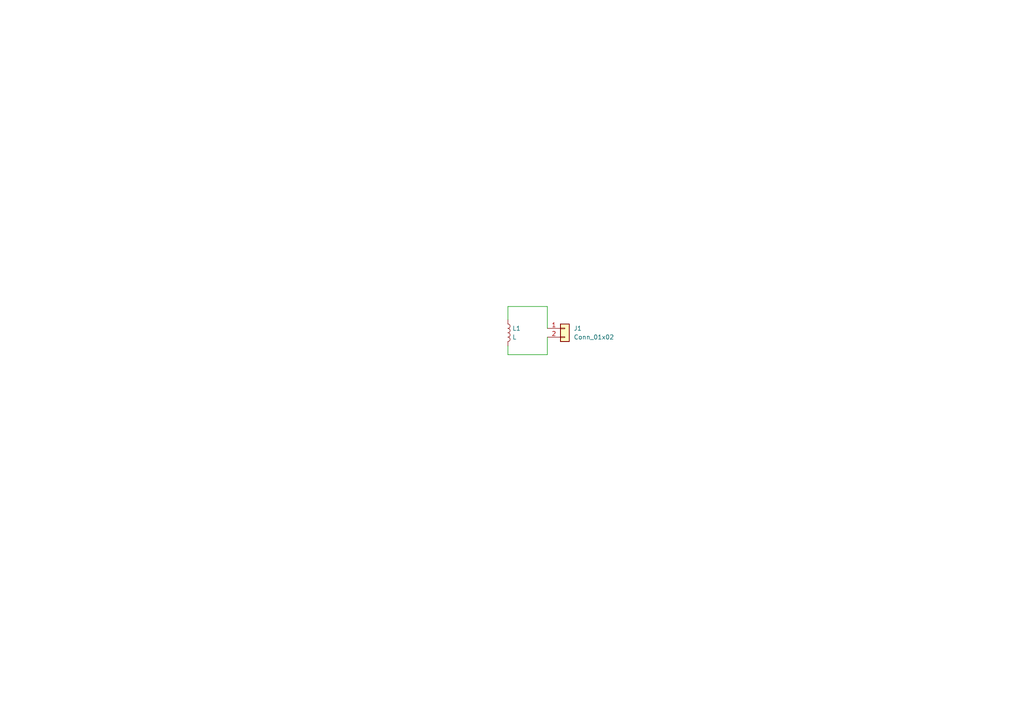
<source format=kicad_sch>
(kicad_sch
	(version 20231120)
	(generator "eeschema")
	(generator_version "8.0")
	(uuid "eb39437d-d9da-4fb0-97bb-943a8a4a3fe8")
	(paper "A4")
	(lib_symbols
		(symbol "Connector_Generic:Conn_01x02"
			(pin_names
				(offset 1.016) hide)
			(exclude_from_sim no)
			(in_bom yes)
			(on_board yes)
			(property "Reference" "J"
				(at 0 2.54 0)
				(effects
					(font
						(size 1.27 1.27)
					)
				)
			)
			(property "Value" "Conn_01x02"
				(at 0 -5.08 0)
				(effects
					(font
						(size 1.27 1.27)
					)
				)
			)
			(property "Footprint" ""
				(at 0 0 0)
				(effects
					(font
						(size 1.27 1.27)
					)
					(hide yes)
				)
			)
			(property "Datasheet" "~"
				(at 0 0 0)
				(effects
					(font
						(size 1.27 1.27)
					)
					(hide yes)
				)
			)
			(property "Description" "Generic connector, single row, 01x02, script generated (kicad-library-utils/schlib/autogen/connector/)"
				(at 0 0 0)
				(effects
					(font
						(size 1.27 1.27)
					)
					(hide yes)
				)
			)
			(property "ki_keywords" "connector"
				(at 0 0 0)
				(effects
					(font
						(size 1.27 1.27)
					)
					(hide yes)
				)
			)
			(property "ki_fp_filters" "Connector*:*_1x??_*"
				(at 0 0 0)
				(effects
					(font
						(size 1.27 1.27)
					)
					(hide yes)
				)
			)
			(symbol "Conn_01x02_1_1"
				(rectangle
					(start -1.27 -2.413)
					(end 0 -2.667)
					(stroke
						(width 0.1524)
						(type default)
					)
					(fill
						(type none)
					)
				)
				(rectangle
					(start -1.27 0.127)
					(end 0 -0.127)
					(stroke
						(width 0.1524)
						(type default)
					)
					(fill
						(type none)
					)
				)
				(rectangle
					(start -1.27 1.27)
					(end 1.27 -3.81)
					(stroke
						(width 0.254)
						(type default)
					)
					(fill
						(type background)
					)
				)
				(pin passive line
					(at -5.08 0 0)
					(length 3.81)
					(name "Pin_1"
						(effects
							(font
								(size 1.27 1.27)
							)
						)
					)
					(number "1"
						(effects
							(font
								(size 1.27 1.27)
							)
						)
					)
				)
				(pin passive line
					(at -5.08 -2.54 0)
					(length 3.81)
					(name "Pin_2"
						(effects
							(font
								(size 1.27 1.27)
							)
						)
					)
					(number "2"
						(effects
							(font
								(size 1.27 1.27)
							)
						)
					)
				)
			)
		)
		(symbol "Device:L"
			(pin_numbers hide)
			(pin_names
				(offset 1.016) hide)
			(exclude_from_sim no)
			(in_bom yes)
			(on_board yes)
			(property "Reference" "L"
				(at -1.27 0 90)
				(effects
					(font
						(size 1.27 1.27)
					)
				)
			)
			(property "Value" "L"
				(at 1.905 0 90)
				(effects
					(font
						(size 1.27 1.27)
					)
				)
			)
			(property "Footprint" ""
				(at 0 0 0)
				(effects
					(font
						(size 1.27 1.27)
					)
					(hide yes)
				)
			)
			(property "Datasheet" "~"
				(at 0 0 0)
				(effects
					(font
						(size 1.27 1.27)
					)
					(hide yes)
				)
			)
			(property "Description" "Inductor"
				(at 0 0 0)
				(effects
					(font
						(size 1.27 1.27)
					)
					(hide yes)
				)
			)
			(property "ki_keywords" "inductor choke coil reactor magnetic"
				(at 0 0 0)
				(effects
					(font
						(size 1.27 1.27)
					)
					(hide yes)
				)
			)
			(property "ki_fp_filters" "Choke_* *Coil* Inductor_* L_*"
				(at 0 0 0)
				(effects
					(font
						(size 1.27 1.27)
					)
					(hide yes)
				)
			)
			(symbol "L_0_1"
				(arc
					(start 0 -2.54)
					(mid 0.6323 -1.905)
					(end 0 -1.27)
					(stroke
						(width 0)
						(type default)
					)
					(fill
						(type none)
					)
				)
				(arc
					(start 0 -1.27)
					(mid 0.6323 -0.635)
					(end 0 0)
					(stroke
						(width 0)
						(type default)
					)
					(fill
						(type none)
					)
				)
				(arc
					(start 0 0)
					(mid 0.6323 0.635)
					(end 0 1.27)
					(stroke
						(width 0)
						(type default)
					)
					(fill
						(type none)
					)
				)
				(arc
					(start 0 1.27)
					(mid 0.6323 1.905)
					(end 0 2.54)
					(stroke
						(width 0)
						(type default)
					)
					(fill
						(type none)
					)
				)
			)
			(symbol "L_1_1"
				(pin passive line
					(at 0 3.81 270)
					(length 1.27)
					(name "1"
						(effects
							(font
								(size 1.27 1.27)
							)
						)
					)
					(number "1"
						(effects
							(font
								(size 1.27 1.27)
							)
						)
					)
				)
				(pin passive line
					(at 0 -3.81 90)
					(length 1.27)
					(name "2"
						(effects
							(font
								(size 1.27 1.27)
							)
						)
					)
					(number "2"
						(effects
							(font
								(size 1.27 1.27)
							)
						)
					)
				)
			)
		)
	)
	(wire
		(pts
			(xy 147.32 88.9) (xy 147.32 92.71)
		)
		(stroke
			(width 0)
			(type default)
		)
		(uuid "6eee5126-cffd-41b7-a822-7c02f3b37e61")
	)
	(wire
		(pts
			(xy 158.75 88.9) (xy 147.32 88.9)
		)
		(stroke
			(width 0)
			(type default)
		)
		(uuid "8dd05061-3b19-4522-b7e8-266cc1a46e06")
	)
	(wire
		(pts
			(xy 158.75 102.87) (xy 147.32 102.87)
		)
		(stroke
			(width 0)
			(type default)
		)
		(uuid "a03f3dd2-efb7-4a5c-8222-07ee71f7fb76")
	)
	(wire
		(pts
			(xy 147.32 100.33) (xy 147.32 102.87)
		)
		(stroke
			(width 0)
			(type default)
		)
		(uuid "a26be281-b0a9-4595-a478-f9f8440be694")
	)
	(wire
		(pts
			(xy 158.75 95.25) (xy 158.75 88.9)
		)
		(stroke
			(width 0)
			(type default)
		)
		(uuid "b1acb84d-41ca-49a2-964c-51c92e6dceb1")
	)
	(wire
		(pts
			(xy 158.75 97.79) (xy 158.75 102.87)
		)
		(stroke
			(width 0)
			(type default)
		)
		(uuid "e23f10b0-7326-4405-8e3f-2da14fdcfaf8")
	)
	(symbol
		(lib_id "Device:L")
		(at 147.32 96.52 0)
		(unit 1)
		(exclude_from_sim no)
		(in_bom yes)
		(on_board yes)
		(dnp no)
		(fields_autoplaced yes)
		(uuid "9e35985b-508a-43e3-b4c3-a84b8b021719")
		(property "Reference" "L1"
			(at 148.59 95.2499 0)
			(effects
				(font
					(size 1.27 1.27)
				)
				(justify left)
			)
		)
		(property "Value" "L"
			(at 148.59 97.7899 0)
			(effects
				(font
					(size 1.27 1.27)
				)
				(justify left)
			)
		)
		(property "Footprint" "Inductor_THT:L_Radial_L16.1mm_W16.1mm_Px7.62mm_Py12.70mm_Pulse_LP-44"
			(at 147.32 96.52 0)
			(effects
				(font
					(size 1.27 1.27)
				)
				(hide yes)
			)
		)
		(property "Datasheet" "~"
			(at 147.32 96.52 0)
			(effects
				(font
					(size 1.27 1.27)
				)
				(hide yes)
			)
		)
		(property "Description" "Inductor"
			(at 147.32 96.52 0)
			(effects
				(font
					(size 1.27 1.27)
				)
				(hide yes)
			)
		)
		(pin "2"
			(uuid "8103f063-8faf-418f-a1b7-32b88949a6cc")
		)
		(pin "1"
			(uuid "3b406201-c24d-4776-b8d9-8680406d96b6")
		)
		(instances
			(project ""
				(path "/eb39437d-d9da-4fb0-97bb-943a8a4a3fe8"
					(reference "L1")
					(unit 1)
				)
			)
		)
	)
	(symbol
		(lib_id "Connector_Generic:Conn_01x02")
		(at 163.83 95.25 0)
		(unit 1)
		(exclude_from_sim no)
		(in_bom yes)
		(on_board yes)
		(dnp no)
		(fields_autoplaced yes)
		(uuid "b48dc3f5-622d-4866-a2ac-764f837cc080")
		(property "Reference" "J1"
			(at 166.37 95.2499 0)
			(effects
				(font
					(size 1.27 1.27)
				)
				(justify left)
			)
		)
		(property "Value" "Conn_01x02"
			(at 166.37 97.7899 0)
			(effects
				(font
					(size 1.27 1.27)
				)
				(justify left)
			)
		)
		(property "Footprint" "Connector_Molex:Molex_KK-254_AE-6410-02A_1x02_P2.54mm_Vertical"
			(at 163.83 95.25 0)
			(effects
				(font
					(size 1.27 1.27)
				)
				(hide yes)
			)
		)
		(property "Datasheet" "~"
			(at 163.83 95.25 0)
			(effects
				(font
					(size 1.27 1.27)
				)
				(hide yes)
			)
		)
		(property "Description" "Generic connector, single row, 01x02, script generated (kicad-library-utils/schlib/autogen/connector/)"
			(at 163.83 95.25 0)
			(effects
				(font
					(size 1.27 1.27)
				)
				(hide yes)
			)
		)
		(pin "2"
			(uuid "9fee32f7-ce85-4f69-b44b-9749f4099277")
		)
		(pin "1"
			(uuid "573f1912-6cb2-4e13-a845-1506adfa1cd2")
		)
		(instances
			(project ""
				(path "/eb39437d-d9da-4fb0-97bb-943a8a4a3fe8"
					(reference "J1")
					(unit 1)
				)
			)
		)
	)
	(sheet_instances
		(path "/"
			(page "1")
		)
	)
)

</source>
